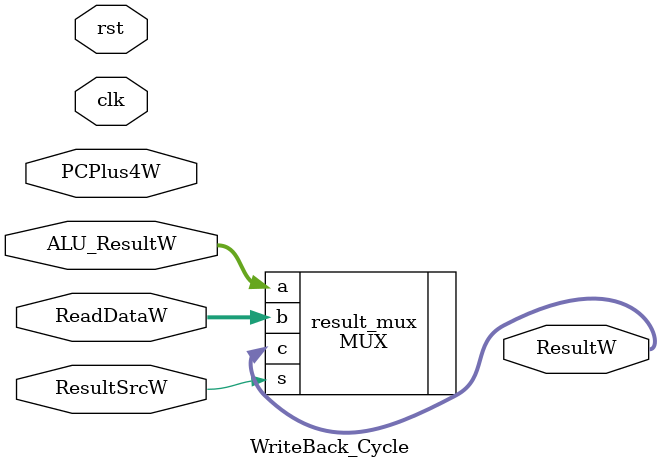
<source format=v>
`timescale 1ns / 1ps


module WriteBack_Cycle(clk, rst, ResultSrcW, PCPlus4W, ALU_ResultW, ReadDataW, ResultW);

input clk, rst, ResultSrcW;
input [31:0] PCPlus4W, ALU_ResultW, ReadDataW;

output [31:0]ResultW;

MUX result_mux(.a(ALU_ResultW),
               .b(ReadDataW), 
               .s(ResultSrcW), 
               .c(ResultW));

endmodule

</source>
